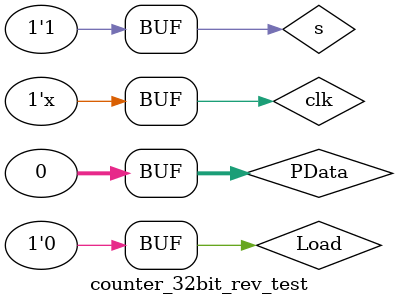
<source format=v>
`timescale 1ns / 1ps


module counter_32bit_rev_test;

	// Inputs
	reg clk;
	reg s;
	reg Load;
	reg [31:0] PData;

	// Outputs
	wire [31:0] cnt;
	wire Rc;

	// Instantiate the Unit Under Test (UUT)
	counter_32bit_rev uut (
		.clk(clk), 
		.s(s), 
		.Load(Load), 
		.PData(PData), 
		.cnt(cnt), 
		.Rc(Rc)
	);

	initial begin
		// Initialize Inputs
		clk = 0;
		s = 0;
		Load = 0;
		PData = 0;
		#100;
		PData = 32'h12345678;
		Load=1;
		#40;
		Load=0;
		#80;
		s = 1;
		#80;
		s = 0;
		PData = 32'h00000000;
		Load = 1;
		#40;
		Load = 0;
		#80;
		s=1;
			
	end
	always @* begin
		#20;
		clk<=~clk;
	end
endmodule



</source>
